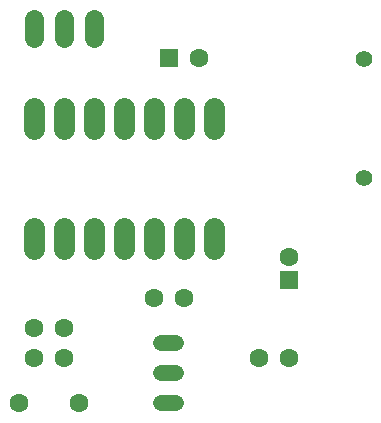
<source format=gtl>
G75*
%MOIN*%
%OFA0B0*%
%FSLAX25Y25*%
%IPPOS*%
%LPD*%
%AMOC8*
5,1,8,0,0,1.08239X$1,22.5*
%
%ADD10C,0.07087*%
%ADD11C,0.06299*%
%ADD12R,0.06299X0.06299*%
%ADD13C,0.06299*%
%ADD14C,0.05512*%
%ADD15C,0.05200*%
D10*
X0024937Y0076394D02*
X0024937Y0083480D01*
X0034937Y0083480D02*
X0034937Y0076394D01*
X0044937Y0076394D02*
X0044937Y0083480D01*
X0054937Y0083480D02*
X0054937Y0076394D01*
X0064937Y0076394D02*
X0064937Y0083480D01*
X0074937Y0083480D02*
X0074937Y0076394D01*
X0084937Y0076394D02*
X0084937Y0083480D01*
X0084937Y0116394D02*
X0084937Y0123480D01*
X0074937Y0123480D02*
X0074937Y0116394D01*
X0064937Y0116394D02*
X0064937Y0123480D01*
X0054937Y0123480D02*
X0054937Y0116394D01*
X0044937Y0116394D02*
X0044937Y0123480D01*
X0034937Y0123480D02*
X0034937Y0116394D01*
X0024937Y0116394D02*
X0024937Y0123480D01*
D11*
X0019937Y0024937D03*
X0024937Y0039937D03*
X0034937Y0039937D03*
X0034937Y0049937D03*
X0024937Y0049937D03*
X0039937Y0024937D03*
X0064937Y0059937D03*
X0074937Y0059937D03*
X0099937Y0039937D03*
X0109937Y0039937D03*
X0109937Y0073874D03*
X0079937Y0139937D03*
D12*
X0069937Y0139937D03*
X0109937Y0066000D03*
D13*
X0044937Y0146787D02*
X0044937Y0153087D01*
X0034937Y0153087D02*
X0034937Y0146787D01*
X0024937Y0146787D02*
X0024937Y0153087D01*
D14*
X0134937Y0139622D03*
X0134937Y0100252D03*
D15*
X0072537Y0044937D02*
X0067337Y0044937D01*
X0067337Y0034937D02*
X0072537Y0034937D01*
X0072537Y0024937D02*
X0067337Y0024937D01*
M02*

</source>
